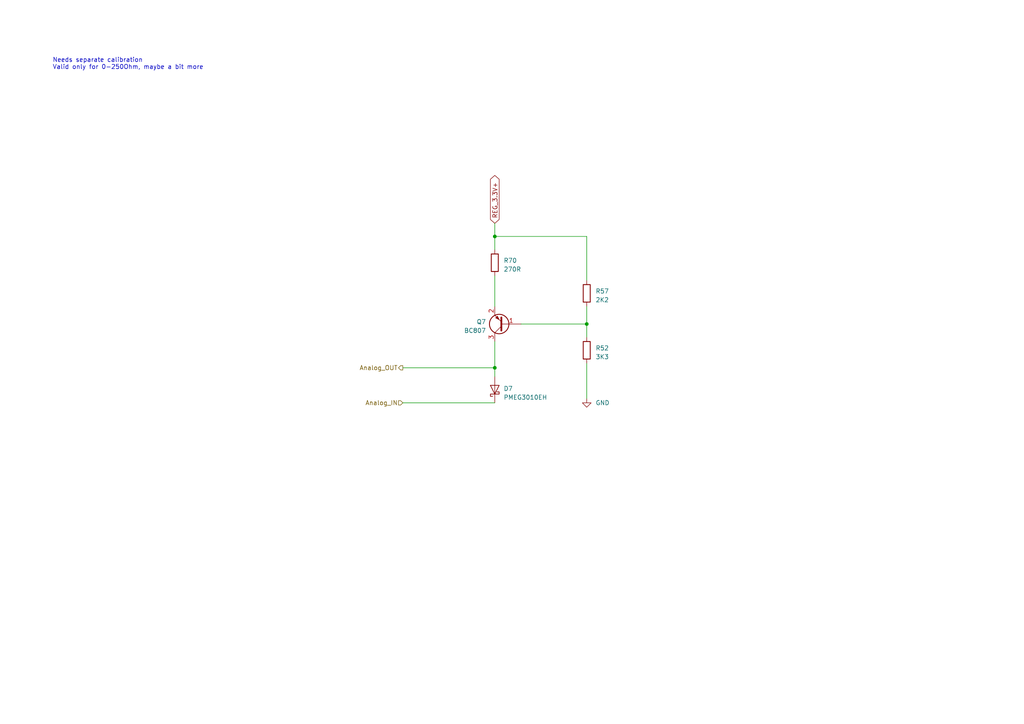
<source format=kicad_sch>
(kicad_sch (version 20230121) (generator eeschema)
  (paper "A4")
  (title_block (title "Low R sensing circuit") (date "2023-05-01") (rev "1.2") (comment 1 "https://github.com/martinroger/VXDash") (comment 2 "https://cadlab.io/projects/vxdash"))
  (lib_symbols
    (symbol "Device:R" (pin_numbers hide) (pin_names (offset 0))
      (property "Reference" "R" (at 2.032 0 90))
      (property "Value" "R" (at 0 0 90))
      (symbol "R_0_1"
        (rectangle (start -1.016 -2.54) (end 1.016 2.54) (stroke (width 0.254)))
      )
      (symbol "R_1_1"
        (pin passive line (at 0 3.81 270) (length 1.27) (name "~") (number "1"))
        (pin passive line (at 0 -3.81 90) (length 1.27) (name "~") (number "2"))
      )
    )
    (symbol "Diode:PMEG3010EH" (pin_numbers hide) (pin_names hide)
      (property "Reference" "D" (at 0 2.54 0))
      (property "Value" "PMEG3010EH" (at 0 -2.54 0))
      (symbol "PMEG3010EH_0_1"
        (polyline (pts (xy 1.27 0) (xy -1.27 0)))
        (polyline (pts (xy 1.27 1.27) (xy 1.27 -1.27) (xy -1.27 0) (xy 1.27 1.27)) (stroke (width 0.2032)))
        (polyline (pts (xy -1.905 0.635) (xy -1.905 1.27) (xy -1.27 1.27) (xy -1.27 -1.27) (xy -0.635 -1.27) (xy -0.635 -0.635)) (stroke (width 0.2032)))
      )
      (symbol "PMEG3010EH_1_1"
        (pin passive line (at -3.81 0 0) (length 2.54) (name "K") (number "1"))
        (pin passive line (at 3.81 0 180) (length 2.54) (name "A") (number "2"))
      )
    )
    (symbol "Transistor_BJT:BC807" (pin_names (offset 0) hide)
      (property "Reference" "Q" (at 5.08 1.905 0))
      (property "Value" "BC807" (at 5.08 0 0))
      (symbol "BC807_0_1"
        (polyline (pts (xy 0.635 0.635) (xy 2.54 2.54)))
        (polyline (pts (xy 0.635 -0.635) (xy 2.54 -2.54) (xy 2.54 -2.54)))
        (polyline (pts (xy 0.635 1.905) (xy 0.635 -1.905) (xy 0.635 -1.905)) (stroke (width 0.508)))
        (polyline (pts (xy 2.286 -1.778) (xy 1.778 -2.286) (xy 1.27 -1.27) (xy 2.286 -1.778) (xy 2.286 -1.778)) (fill (type outline)))
        (circle (center 1.27 0) (radius 2.8194) (stroke (width 0.254)))
      )
      (symbol "BC807_1_1"
        (pin input line (at -5.08 0 0) (length 5.715) (name "B") (number "1"))
        (pin passive line (at 2.54 -5.08 90) (length 2.54) (name "E") (number "2"))
        (pin passive line (at 2.54 5.08 270) (length 2.54) (name "C") (number "3"))
      )
    )
    (symbol "power:GND" (power) (pin_names (offset 0))
      (property "Value" "GND" (at 0 -3.81 0))
      (symbol "GND_0_1"
        (polyline (pts (xy 0 0) (xy 0 -1.27) (xy 1.27 -1.27) (xy 0 -2.54) (xy -1.27 -1.27) (xy 0 -1.27)))
      )
      (symbol "GND_1_1"
        (pin power_in line (at 0 0 270) (length 0) hide (name "GND") (number "1"))
      )
    )
  )
  (junction (at 170.18 93.98))
  (junction (at 143.51 68.58))
  (junction (at 143.51 106.68))
  (wire (pts (xy 143.51 64.77) (xy 143.51 68.58)))
  (wire (pts (xy 170.18 105.41) (xy 170.18 115.57)))
  (wire (pts (xy 170.18 81.28) (xy 170.18 68.58)))
  (wire (pts (xy 170.18 93.98) (xy 170.18 88.9)))
  (wire (pts (xy 143.51 109.22) (xy 143.51 106.68)))
  (wire (pts (xy 170.18 93.98) (xy 170.18 97.79)))
  (wire (pts (xy 143.51 80.01) (xy 143.51 88.9)))
  (wire (pts (xy 143.51 99.06) (xy 143.51 106.68)))
  (wire (pts (xy 143.51 68.58) (xy 143.51 72.39)))
  (wire (pts (xy 143.51 106.68) (xy 116.84 106.68)))
  (wire (pts (xy 143.51 116.84) (xy 116.84 116.84)))
  (wire (pts (xy 151.13 93.98) (xy 170.18 93.98)))
  (wire (pts (xy 170.18 68.58) (xy 143.51 68.58)))
  (text "Needs separate calibration \nValid only for 0-250Ohm, maybe a bit more" (at 15.24 20.32 0) (effects (font (size 1.27 1.27)) (justify left bottom)))
  (global_label "REG_3.3V+" (shape bidirectional) (at 143.51 64.77 90) (property "Intersheetrefs" "${INTERSHEET_REFS}" (effects hide)))
  (hierarchical_label "Analog_OUT" (shape output) (at 116.84 106.68 180))
  (hierarchical_label "Analog_IN" (shape input) (at 116.84 116.84 180))
  (symbol (lib_id "Diode:PMEG3010EH") (at 143.51 113.03 90) (unit 1)
    (property "Reference" "D3" (at 146.05 112.7125 90) (effects (justify right)))
    (property "Value" "PMEG3010EH" (at 146.05 115.2525 90) (effects (justify right)))
    (property "Footprint" "Diode_SMD:D_SOD-123F" (effects hide))
    (property "Datasheet" "https://assets.nexperia.com/documents/data-sheet/PMEG3010EH_EJ_ET.pdf" (effects hide))
    (instances (project "VXDash" (path "" (reference "D7") (unit 1))))
  )
  (symbol (lib_id "Transistor_BJT:BC807") (at 146.05 93.98 180) (unit 1)
    (property "Reference" "Q3" (at 140.97 93.345 0) (effects (justify left)))
    (property "Value" "BC807" (at 140.97 95.885 0) (effects (justify left)))
    (property "Footprint" "Package_TO_SOT_SMD:SOT-23" (effects hide))
    (property "Datasheet" "https://www.onsemi.com/pub/Collateral/BC808-D.pdf" (effects hide))
    (instances (project "VXDash" (path "" (reference "Q7") (unit 1))))
  )
  (symbol (lib_id "power:GND") (at 170.18 115.57 0) (unit 1)
    (property "Reference" "#PWR07" (effects hide))
    (property "Value" "GND" (at 172.72 116.8399 0) (effects (justify left)))
    (instances (project "DashSpy" (path "" (reference "#PWR07") (unit 1))) (project "VXDash" (path "" (reference "#PWR09") (unit 1)) (path "" (reference "#PWR062") (unit 1))))
  )
  (symbol (lib_id "Device:R") (at 170.18 101.6 0) (unit 1)
    (property "Reference" "R48" (at 172.72 100.965 0) (effects (justify left)))
    (property "Value" "3K3" (at 172.72 103.505 0) (effects (justify left)))
    (property "Footprint" "Resistor_SMD:R_0603_1608Metric" (effects hide))
    (instances (project "VXDash" (path "" (reference "R52") (unit 1))))
  )
  (symbol (lib_id "Device:R") (at 143.51 76.2 0) (unit 1)
    (property "Reference" "R66" (at 146.05 75.565 0) (effects (justify left)))
    (property "Value" "270R" (at 146.05 78.105 0) (effects (justify left)))
    (property "Footprint" "Resistor_SMD:R_0603_1608Metric" (effects hide))
    (instances (project "VXDash" (path "" (reference "R70") (unit 1))))
  )
  (symbol (lib_id "Device:R") (at 170.18 85.09 0) (unit 1)
    (property "Reference" "R53" (at 172.72 84.455 0) (effects (justify left)))
    (property "Value" "2K2" (at 172.72 86.995 0) (effects (justify left)))
    (property "Footprint" "Resistor_SMD:R_0603_1608Metric" (effects hide))
    (instances (project "VXDash" (path "" (reference "R57") (unit 1))))
  )
)
</source>
